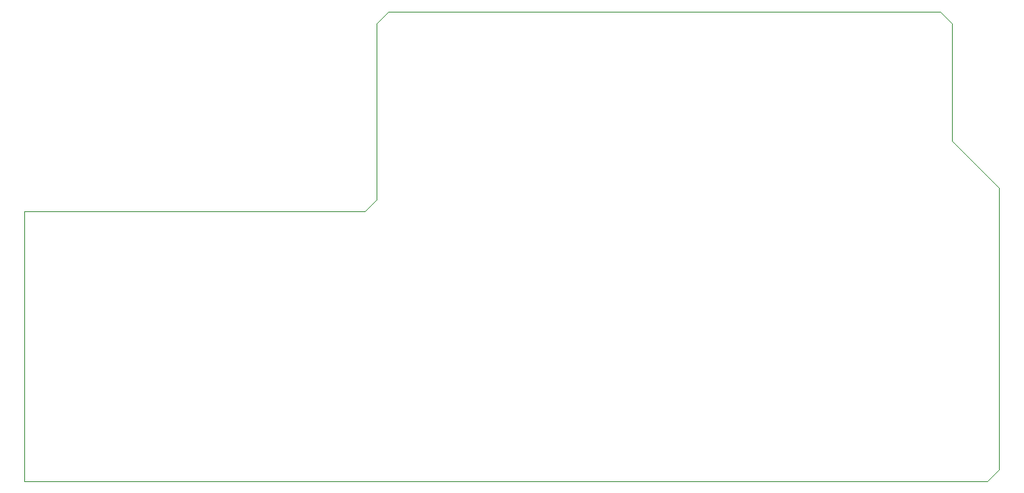
<source format=gm1>
G04 #@! TF.GenerationSoftware,KiCad,Pcbnew,(5.1.2-1)-1*
G04 #@! TF.CreationDate,2019-05-16T23:23:02+01:00*
G04 #@! TF.ProjectId,SRAM Board,5352414d-2042-46f6-9172-642e6b696361,rev?*
G04 #@! TF.SameCoordinates,Original*
G04 #@! TF.FileFunction,Profile,NP*
%FSLAX46Y46*%
G04 Gerber Fmt 4.6, Leading zero omitted, Abs format (unit mm)*
G04 Created by KiCad (PCBNEW (5.1.2-1)-1) date 2019-05-16 23:23:02*
%MOMM*%
%LPD*%
G04 APERTURE LIST*
%ADD10C,0.050000*%
G04 APERTURE END LIST*
D10*
X179070000Y-50800000D02*
X180340000Y-49530000D01*
X179070000Y-69850000D02*
X179070000Y-50800000D01*
X240030000Y-49530000D02*
X180340000Y-49530000D01*
X241300000Y-50800000D02*
X240030000Y-49530000D01*
X241300000Y-63500000D02*
X241300000Y-50800000D01*
X246380000Y-68580000D02*
X241300000Y-63500000D01*
X246380000Y-71120000D02*
X246380000Y-68580000D01*
X245110000Y-100330000D02*
X140970000Y-100330000D01*
X246380000Y-99060000D02*
X245110000Y-100330000D01*
X246380000Y-71120000D02*
X246380000Y-99060000D01*
X177800000Y-71120000D02*
X179070000Y-69850000D01*
X140970000Y-71120000D02*
X177800000Y-71120000D01*
X140970000Y-100330000D02*
X140970000Y-71120000D01*
M02*

</source>
